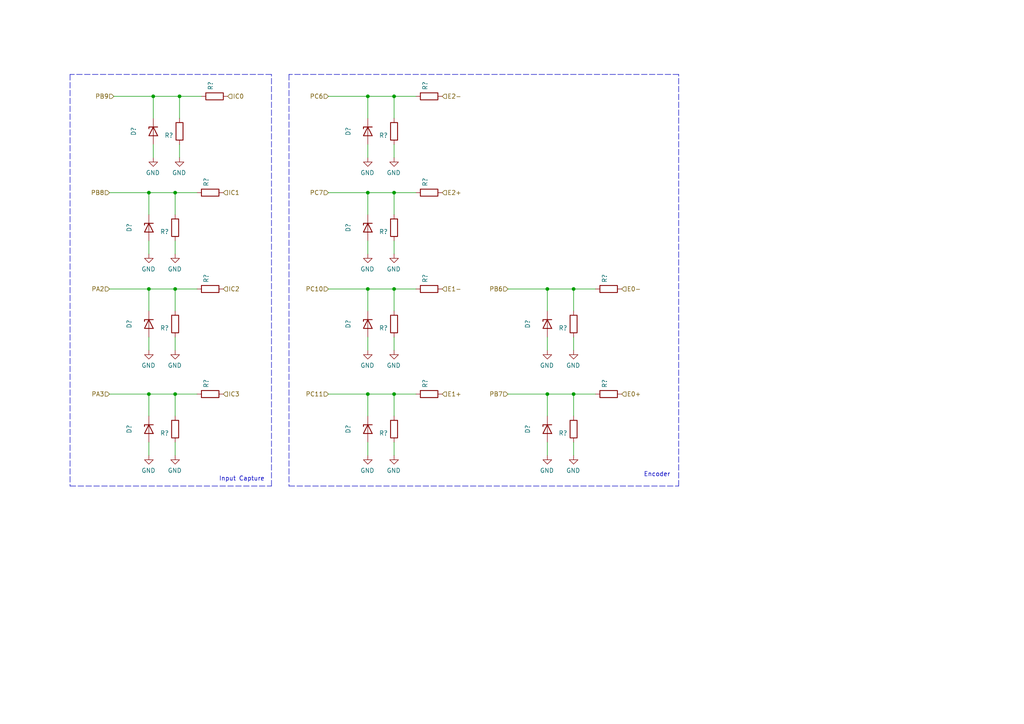
<source format=kicad_sch>
(kicad_sch (version 20211123) (generator eeschema)
  (paper "A4")
  (lib_symbols
    (symbol "DAC-ADC-PWM-IO-rescue:BZX84Cxx-Diode" (pin_numbers hide) (pin_names (offset 1.016) hide)
      (property "Reference" "D" (at 0 2.54 0))
      (property "Value" "BZX84Cxx-Diode" (at 0 -2.54 0))
      (symbol "BZX84Cxx-Diode_0_1"
        (polyline (pts (xy 1.27 0) (xy -1.27 0)))
        (polyline (pts (xy -1.27 -1.27) (xy -1.27 1.27) (xy -0.762 1.27)) (stroke (width 0.254)))
        (polyline (pts (xy 1.27 -1.27) (xy 1.27 1.27) (xy -1.27 0) (xy 1.27 -1.27)) (stroke (width 0.254)))
      )
      (symbol "BZX84Cxx-Diode_1_1"
        (pin passive line (at -3.81 0 0) (length 2.54) (name "K") (number "1"))
        (pin passive line (at 3.81 0 180) (length 2.54) (name "A") (number "2"))
      )
    )
    (symbol "Device:R" (pin_numbers hide) (pin_names (offset 0))
      (property "Reference" "R" (at 2.032 0 90))
      (property "Value" "R" (at 0 0 90))
      (symbol "R_0_1"
        (rectangle (start -1.016 -2.54) (end 1.016 2.54) (stroke (width 0.254)))
      )
      (symbol "R_1_1"
        (pin passive line (at 0 3.81 270) (length 1.27) (name "~") (number "1"))
        (pin passive line (at 0 -3.81 90) (length 1.27) (name "~") (number "2"))
      )
    )
    (symbol "power:GND" (power) (pin_names (offset 0))
      (property "Value" "GND" (at 0 -3.81 0))
      (symbol "GND_0_1"
        (polyline (pts (xy 0 0) (xy 0 -1.27) (xy 1.27 -1.27) (xy 0 -2.54) (xy -1.27 -1.27) (xy 0 -1.27)))
      )
      (symbol "GND_1_1"
        (pin power_in line (at 0 0 270) (length 0) hide (name "GND") (number "1"))
      )
    )
  )
  (junction (at 52.07 27.94))
  (junction (at 166.37 114.3))
  (junction (at 50.8 114.3))
  (junction (at 106.68 27.94))
  (junction (at 114.3 27.94))
  (junction (at 106.68 55.88))
  (junction (at 106.68 83.82))
  (junction (at 44.45 27.94))
  (junction (at 50.8 83.82))
  (junction (at 114.3 114.3))
  (junction (at 158.75 114.3))
  (junction (at 114.3 55.88))
  (junction (at 43.18 83.82))
  (junction (at 166.37 83.82))
  (junction (at 158.75 83.82))
  (junction (at 114.3 83.82))
  (junction (at 50.8 55.88))
  (junction (at 43.18 114.3))
  (junction (at 106.68 114.3))
  (junction (at 43.18 55.88))
  (wire (pts (xy 114.3 97.79) (xy 114.3 101.6)))
  (wire (pts (xy 57.15 83.82) (xy 50.8 83.82)))
  (wire (pts (xy 43.18 132.08) (xy 43.18 128.27)))
  (wire (pts (xy 43.18 114.3) (xy 43.18 120.65)))
  (wire (pts (xy 172.72 114.3) (xy 166.37 114.3)))
  (wire (pts (xy 114.3 62.23) (xy 114.3 55.88)))
  (wire (pts (xy 158.75 83.82) (xy 147.32 83.82)))
  (wire (pts (xy 120.65 55.88) (xy 114.3 55.88)))
  (wire (pts (xy 50.8 114.3) (xy 43.18 114.3)))
  (wire (pts (xy 114.3 90.17) (xy 114.3 83.82)))
  (wire (pts (xy 43.18 114.3) (xy 31.75 114.3)))
  (wire (pts (xy 120.65 83.82) (xy 114.3 83.82)))
  (wire (pts (xy 50.8 128.27) (xy 50.8 132.08)))
  (wire (pts (xy 166.37 114.3) (xy 158.75 114.3)))
  (wire (pts (xy 114.3 27.94) (xy 106.68 27.94)))
  (wire (pts (xy 50.8 62.23) (xy 50.8 55.88)))
  (wire (pts (xy 106.68 83.82) (xy 106.68 90.17)))
  (wire (pts (xy 50.8 83.82) (xy 43.18 83.82)))
  (wire (pts (xy 50.8 120.65) (xy 50.8 114.3)))
  (wire (pts (xy 114.3 55.88) (xy 106.68 55.88)))
  (wire (pts (xy 114.3 41.91) (xy 114.3 45.72)))
  (wire (pts (xy 158.75 83.82) (xy 158.75 90.17)))
  (polyline (pts (xy 20.32 21.59) (xy 20.32 140.97)))
  (polyline (pts (xy 20.32 140.97) (xy 78.74 140.97)))
  (wire (pts (xy 50.8 90.17) (xy 50.8 83.82)))
  (polyline (pts (xy 83.82 140.97) (xy 196.85 140.97)))
  (wire (pts (xy 57.15 55.88) (xy 50.8 55.88)))
  (wire (pts (xy 166.37 97.79) (xy 166.37 101.6)))
  (wire (pts (xy 50.8 69.85) (xy 50.8 73.66)))
  (wire (pts (xy 58.42 27.94) (xy 52.07 27.94)))
  (wire (pts (xy 106.68 27.94) (xy 106.68 34.29)))
  (wire (pts (xy 114.3 114.3) (xy 106.68 114.3)))
  (wire (pts (xy 114.3 34.29) (xy 114.3 27.94)))
  (wire (pts (xy 106.68 55.88) (xy 106.68 62.23)))
  (wire (pts (xy 43.18 55.88) (xy 43.18 62.23)))
  (wire (pts (xy 172.72 83.82) (xy 166.37 83.82)))
  (wire (pts (xy 106.68 73.66) (xy 106.68 69.85)))
  (polyline (pts (xy 78.74 140.97) (xy 78.74 21.59)))
  (wire (pts (xy 52.07 27.94) (xy 44.45 27.94)))
  (wire (pts (xy 114.3 128.27) (xy 114.3 132.08)))
  (wire (pts (xy 166.37 128.27) (xy 166.37 132.08)))
  (polyline (pts (xy 196.85 21.59) (xy 83.82 21.59)))
  (wire (pts (xy 106.68 101.6) (xy 106.68 97.79)))
  (wire (pts (xy 106.68 132.08) (xy 106.68 128.27)))
  (wire (pts (xy 166.37 120.65) (xy 166.37 114.3)))
  (wire (pts (xy 43.18 73.66) (xy 43.18 69.85)))
  (wire (pts (xy 43.18 101.6) (xy 43.18 97.79)))
  (wire (pts (xy 114.3 83.82) (xy 106.68 83.82)))
  (wire (pts (xy 106.68 83.82) (xy 95.25 83.82)))
  (wire (pts (xy 106.68 55.88) (xy 95.25 55.88)))
  (wire (pts (xy 158.75 114.3) (xy 147.32 114.3)))
  (wire (pts (xy 43.18 55.88) (xy 31.75 55.88)))
  (wire (pts (xy 114.3 120.65) (xy 114.3 114.3)))
  (wire (pts (xy 57.15 114.3) (xy 50.8 114.3)))
  (wire (pts (xy 158.75 114.3) (xy 158.75 120.65)))
  (polyline (pts (xy 83.82 21.59) (xy 83.82 140.97)))
  (wire (pts (xy 43.18 83.82) (xy 31.75 83.82)))
  (wire (pts (xy 120.65 27.94) (xy 114.3 27.94)))
  (wire (pts (xy 52.07 34.29) (xy 52.07 27.94)))
  (wire (pts (xy 50.8 55.88) (xy 43.18 55.88)))
  (wire (pts (xy 114.3 69.85) (xy 114.3 73.66)))
  (wire (pts (xy 44.45 27.94) (xy 44.45 34.29)))
  (wire (pts (xy 43.18 83.82) (xy 43.18 90.17)))
  (wire (pts (xy 106.68 45.72) (xy 106.68 41.91)))
  (wire (pts (xy 166.37 83.82) (xy 158.75 83.82)))
  (wire (pts (xy 158.75 101.6) (xy 158.75 97.79)))
  (wire (pts (xy 106.68 114.3) (xy 106.68 120.65)))
  (wire (pts (xy 50.8 97.79) (xy 50.8 101.6)))
  (polyline (pts (xy 78.74 21.59) (xy 20.32 21.59)))
  (wire (pts (xy 44.45 27.94) (xy 33.02 27.94)))
  (wire (pts (xy 166.37 90.17) (xy 166.37 83.82)))
  (wire (pts (xy 52.07 41.91) (xy 52.07 45.72)))
  (wire (pts (xy 106.68 114.3) (xy 95.25 114.3)))
  (wire (pts (xy 106.68 27.94) (xy 95.25 27.94)))
  (wire (pts (xy 158.75 132.08) (xy 158.75 128.27)))
  (wire (pts (xy 120.65 114.3) (xy 114.3 114.3)))
  (polyline (pts (xy 196.85 140.97) (xy 196.85 21.59)))
  (wire (pts (xy 44.45 45.72) (xy 44.45 41.91)))
  (text "Input Capture" (at 63.5 139.7 0) (effects (font (size 1.27 1.27)) (justify left bottom)))
  (text "Encoder" (at 186.69 138.43 0) (effects (font (size 1.27 1.27)) (justify left bottom)))
  (hierarchical_label "E0-" (shape input) (at 180.34 83.82 0))
  (hierarchical_label "PC6" (shape input) (at 95.25 27.94 180))
  (hierarchical_label "IC2" (shape input) (at 64.77 83.82 0))
  (hierarchical_label "IC3" (shape input) (at 64.77 114.3 0))
  (hierarchical_label "PB9" (shape input) (at 33.02 27.94 180))
  (hierarchical_label "E2+" (shape input) (at 128.27 55.88 0))
  (hierarchical_label "PB7" (shape input) (at 147.32 114.3 180))
  (hierarchical_label "E1+" (shape input) (at 128.27 114.3 0))
  (hierarchical_label "E0+" (shape input) (at 180.34 114.3 0))
  (hierarchical_label "PA3" (shape input) (at 31.75 114.3 180))
  (hierarchical_label "PA2" (shape input) (at 31.75 83.82 180))
  (hierarchical_label "PC7" (shape input) (at 95.25 55.88 180))
  (hierarchical_label "E2-" (shape input) (at 128.27 27.94 0))
  (hierarchical_label "PB8" (shape input) (at 31.75 55.88 180))
  (hierarchical_label "E1-" (shape input) (at 128.27 83.82 0))
  (hierarchical_label "IC0" (shape input) (at 66.04 27.94 0))
  (hierarchical_label "PC11" (shape input) (at 95.25 114.3 180))
  (hierarchical_label "IC1" (shape input) (at 64.77 55.88 0))
  (hierarchical_label "PC10" (shape input) (at 95.25 83.82 180))
  (hierarchical_label "PB6" (shape input) (at 147.32 83.82 180))
  (symbol (lib_id "power:GND") (at 44.45 45.72 0) (mirror y) (unit 1)
    (property "Reference" "#PWR?" (effects hide))
  )
  (symbol (lib_id "DAC-ADC-PWM-IO-rescue:BZX84Cxx-Diode") (at 44.45 38.1 90) (mirror x) (unit 1)
    (property "Reference" "D?" (at 38.735 38.1 0))
    (property "Datasheet" "863-BZX84C3V6LT1G" (effects hide))
    (property "LCSC" "C118564" (effects hide))
    (property "Comment" "Köp in lite" (effects hide))
  )
  (symbol (lib_id "Device:R") (at 52.07 38.1 180) (unit 1)
    (property "Reference" "R?" (at 50.292 39.2684 0) (effects (justify left)))
    (property "Datasheet" "791-WR06X103JTL" (effects hide))
    (property "LCSC" "C25804" (effects hide))
    (property "Comment" "Mouser" (effects hide))
  )
  (symbol (lib_id "power:GND") (at 52.07 45.72 0) (mirror y) (unit 1)
    (property "Reference" "#PWR?" (effects hide))
  )
  (symbol (lib_id "Device:R") (at 62.23 27.94 90) (unit 1)
    (property "Reference" "R?" (at 61.0616 26.162 0) (effects (justify left)))
    (property "Datasheet" "791-WR06X103JTL" (effects hide))
    (property "LCSC" "C25804" (effects hide))
    (property "Comment" "Mouser" (effects hide))
  )
  (symbol (lib_id "power:GND") (at 43.18 73.66 0) (mirror y) (unit 1)
    (property "Reference" "#PWR?" (effects hide))
  )
  (symbol (lib_id "DAC-ADC-PWM-IO-rescue:BZX84Cxx-Diode") (at 43.18 66.04 90) (mirror x) (unit 1)
    (property "Reference" "D?" (at 37.465 66.04 0))
    (property "Datasheet" "863-BZX84C3V6LT1G" (effects hide))
    (property "LCSC" "C118564" (effects hide))
    (property "Comment" "Köp in lite" (effects hide))
  )
  (symbol (lib_id "Device:R") (at 50.8 66.04 180) (unit 1)
    (property "Reference" "R?" (at 49.022 67.2084 0) (effects (justify left)))
    (property "Datasheet" "791-WR06X103JTL" (effects hide))
    (property "LCSC" "C25804" (effects hide))
    (property "Comment" "Mouser" (effects hide))
  )
  (symbol (lib_id "power:GND") (at 50.8 73.66 0) (mirror y) (unit 1)
    (property "Reference" "#PWR?" (effects hide))
  )
  (symbol (lib_id "Device:R") (at 60.96 55.88 90) (unit 1)
    (property "Reference" "R?" (at 59.7916 54.102 0) (effects (justify left)))
    (property "Datasheet" "791-WR06X103JTL" (effects hide))
    (property "LCSC" "C25804" (effects hide))
    (property "Comment" "Mouser" (effects hide))
  )
  (symbol (lib_id "power:GND") (at 43.18 101.6 0) (mirror y) (unit 1)
    (property "Reference" "#PWR?" (effects hide))
  )
  (symbol (lib_id "DAC-ADC-PWM-IO-rescue:BZX84Cxx-Diode") (at 43.18 93.98 90) (mirror x) (unit 1)
    (property "Reference" "D?" (at 37.465 93.98 0))
    (property "Datasheet" "863-BZX84C3V6LT1G" (effects hide))
    (property "LCSC" "C118564" (effects hide))
    (property "Comment" "Köp in lite" (effects hide))
  )
  (symbol (lib_id "Device:R") (at 50.8 93.98 180) (unit 1)
    (property "Reference" "R?" (at 49.022 95.1484 0) (effects (justify left)))
    (property "Datasheet" "791-WR06X103JTL" (effects hide))
    (property "LCSC" "C25804" (effects hide))
    (property "Comment" "Mouser" (effects hide))
  )
  (symbol (lib_id "power:GND") (at 50.8 101.6 0) (mirror y) (unit 1)
    (property "Reference" "#PWR?" (effects hide))
  )
  (symbol (lib_id "Device:R") (at 60.96 83.82 90) (unit 1)
    (property "Reference" "R?" (at 59.7916 82.042 0) (effects (justify left)))
    (property "Datasheet" "791-WR06X103JTL" (effects hide))
    (property "LCSC" "C25804" (effects hide))
    (property "Comment" "Mouser" (effects hide))
  )
  (symbol (lib_id "power:GND") (at 43.18 132.08 0) (mirror y) (unit 1)
    (property "Reference" "#PWR?" (effects hide))
  )
  (symbol (lib_id "DAC-ADC-PWM-IO-rescue:BZX84Cxx-Diode") (at 43.18 124.46 90) (mirror x) (unit 1)
    (property "Reference" "D?" (at 37.465 124.46 0))
    (property "Datasheet" "863-BZX84C3V6LT1G" (effects hide))
    (property "LCSC" "C118564" (effects hide))
    (property "Comment" "Köp in lite" (effects hide))
  )
  (symbol (lib_id "Device:R") (at 50.8 124.46 180) (unit 1)
    (property "Reference" "R?" (at 49.022 125.6284 0) (effects (justify left)))
    (property "Datasheet" "791-WR06X103JTL" (effects hide))
    (property "LCSC" "C25804" (effects hide))
    (property "Comment" "Mouser" (effects hide))
  )
  (symbol (lib_id "power:GND") (at 50.8 132.08 0) (mirror y) (unit 1)
    (property "Reference" "#PWR?" (effects hide))
  )
  (symbol (lib_id "Device:R") (at 60.96 114.3 90) (unit 1)
    (property "Reference" "R?" (at 59.7916 112.522 0) (effects (justify left)))
    (property "Datasheet" "791-WR06X103JTL" (effects hide))
    (property "LCSC" "C25804" (effects hide))
    (property "Comment" "Mouser" (effects hide))
  )
  (symbol (lib_id "power:GND") (at 106.68 45.72 0) (mirror y) (unit 1)
    (property "Reference" "#PWR?" (effects hide))
  )
  (symbol (lib_id "DAC-ADC-PWM-IO-rescue:BZX84Cxx-Diode") (at 106.68 38.1 90) (mirror x) (unit 1)
    (property "Reference" "D?" (at 100.965 38.1 0))
    (property "Datasheet" "863-BZX84C3V6LT1G" (effects hide))
    (property "LCSC" "C118564" (effects hide))
    (property "Comment" "Köp in lite" (effects hide))
  )
  (symbol (lib_id "Device:R") (at 114.3 38.1 180) (unit 1)
    (property "Reference" "R?" (at 112.522 39.2684 0) (effects (justify left)))
    (property "Datasheet" "791-WR06X103JTL" (effects hide))
    (property "LCSC" "C25804" (effects hide))
    (property "Comment" "Mouser" (effects hide))
  )
  (symbol (lib_id "power:GND") (at 114.3 45.72 0) (mirror y) (unit 1)
    (property "Reference" "#PWR?" (effects hide))
  )
  (symbol (lib_id "Device:R") (at 124.46 27.94 90) (unit 1)
    (property "Reference" "R?" (at 123.2916 26.162 0) (effects (justify left)))
    (property "Datasheet" "791-WR06X103JTL" (effects hide))
    (property "LCSC" "C25804" (effects hide))
    (property "Comment" "Mouser" (effects hide))
  )
  (symbol (lib_id "power:GND") (at 106.68 73.66 0) (mirror y) (unit 1)
    (property "Reference" "#PWR?" (effects hide))
  )
  (symbol (lib_id "DAC-ADC-PWM-IO-rescue:BZX84Cxx-Diode") (at 106.68 66.04 90) (mirror x) (unit 1)
    (property "Reference" "D?" (at 100.965 66.04 0))
    (property "Datasheet" "863-BZX84C3V6LT1G" (effects hide))
    (property "LCSC" "C118564" (effects hide))
    (property "Comment" "Köp in lite" (effects hide))
  )
  (symbol (lib_id "Device:R") (at 114.3 66.04 180) (unit 1)
    (property "Reference" "R?" (at 112.522 67.2084 0) (effects (justify left)))
    (property "Datasheet" "791-WR06X103JTL" (effects hide))
    (property "LCSC" "C25804" (effects hide))
    (property "Comment" "Mouser" (effects hide))
  )
  (symbol (lib_id "power:GND") (at 114.3 73.66 0) (mirror y) (unit 1)
    (property "Reference" "#PWR?" (effects hide))
  )
  (symbol (lib_id "Device:R") (at 124.46 55.88 90) (unit 1)
    (property "Reference" "R?" (at 123.2916 54.102 0) (effects (justify left)))
    (property "Datasheet" "791-WR06X103JTL" (effects hide))
    (property "LCSC" "C25804" (effects hide))
    (property "Comment" "Mouser" (effects hide))
  )
  (symbol (lib_id "power:GND") (at 106.68 101.6 0) (mirror y) (unit 1)
    (property "Reference" "#PWR?" (effects hide))
  )
  (symbol (lib_id "DAC-ADC-PWM-IO-rescue:BZX84Cxx-Diode") (at 106.68 93.98 90) (mirror x) (unit 1)
    (property "Reference" "D?" (at 100.965 93.98 0))
    (property "Datasheet" "863-BZX84C3V6LT1G" (effects hide))
    (property "LCSC" "C118564" (effects hide))
    (property "Comment" "Köp in lite" (effects hide))
  )
  (symbol (lib_id "Device:R") (at 114.3 93.98 180) (unit 1)
    (property "Reference" "R?" (at 112.522 95.1484 0) (effects (justify left)))
    (property "Datasheet" "791-WR06X103JTL" (effects hide))
    (property "LCSC" "C25804" (effects hide))
    (property "Comment" "Mouser" (effects hide))
  )
  (symbol (lib_id "power:GND") (at 114.3 101.6 0) (mirror y) (unit 1)
    (property "Reference" "#PWR?" (effects hide))
  )
  (symbol (lib_id "Device:R") (at 124.46 83.82 90) (unit 1)
    (property "Reference" "R?" (at 123.2916 82.042 0) (effects (justify left)))
    (property "Datasheet" "791-WR06X103JTL" (effects hide))
    (property "LCSC" "C25804" (effects hide))
    (property "Comment" "Mouser" (effects hide))
  )
  (symbol (lib_id "power:GND") (at 106.68 132.08 0) (mirror y) (unit 1)
    (property "Reference" "#PWR?" (effects hide))
  )
  (symbol (lib_id "DAC-ADC-PWM-IO-rescue:BZX84Cxx-Diode") (at 106.68 124.46 90) (mirror x) (unit 1)
    (property "Reference" "D?" (at 100.965 124.46 0))
    (property "Datasheet" "863-BZX84C3V6LT1G" (effects hide))
    (property "LCSC" "C118564" (effects hide))
    (property "Comment" "Köp in lite" (effects hide))
  )
  (symbol (lib_id "Device:R") (at 114.3 124.46 180) (unit 1)
    (property "Reference" "R?" (at 112.522 125.6284 0) (effects (justify left)))
    (property "Datasheet" "791-WR06X103JTL" (effects hide))
    (property "LCSC" "C25804" (effects hide))
    (property "Comment" "Mouser" (effects hide))
  )
  (symbol (lib_id "power:GND") (at 114.3 132.08 0) (mirror y) (unit 1)
    (property "Reference" "#PWR?" (effects hide))
  )
  (symbol (lib_id "Device:R") (at 124.46 114.3 90) (unit 1)
    (property "Reference" "R?" (at 123.2916 112.522 0) (effects (justify left)))
    (property "Datasheet" "791-WR06X103JTL" (effects hide))
    (property "LCSC" "C25804" (effects hide))
    (property "Comment" "Mouser" (effects hide))
  )
  (symbol (lib_id "power:GND") (at 158.75 101.6 0) (mirror y) (unit 1)
    (property "Reference" "#PWR?" (effects hide))
  )
  (symbol (lib_id "DAC-ADC-PWM-IO-rescue:BZX84Cxx-Diode") (at 158.75 93.98 90) (mirror x) (unit 1)
    (property "Reference" "D?" (at 153.035 93.98 0))
    (property "Datasheet" "863-BZX84C3V6LT1G" (effects hide))
    (property "LCSC" "C118564" (effects hide))
    (property "Comment" "Köp in lite" (effects hide))
  )
  (symbol (lib_id "Device:R") (at 166.37 93.98 180) (unit 1)
    (property "Reference" "R?" (at 164.592 95.1484 0) (effects (justify left)))
    (property "Datasheet" "791-WR06X103JTL" (effects hide))
    (property "LCSC" "C25804" (effects hide))
    (property "Comment" "Mouser" (effects hide))
  )
  (symbol (lib_id "power:GND") (at 166.37 101.6 0) (mirror y) (unit 1)
    (property "Reference" "#PWR?" (effects hide))
  )
  (symbol (lib_id "Device:R") (at 176.53 83.82 90) (unit 1)
    (property "Reference" "R?" (at 175.3616 82.042 0) (effects (justify left)))
    (property "Datasheet" "791-WR06X103JTL" (effects hide))
    (property "LCSC" "C25804" (effects hide))
    (property "Comment" "Mouser" (effects hide))
  )
  (symbol (lib_id "power:GND") (at 158.75 132.08 0) (mirror y) (unit 1)
    (property "Reference" "#PWR?" (effects hide))
  )
  (symbol (lib_id "DAC-ADC-PWM-IO-rescue:BZX84Cxx-Diode") (at 158.75 124.46 90) (mirror x) (unit 1)
    (property "Reference" "D?" (at 153.035 124.46 0))
    (property "Datasheet" "863-BZX84C3V6LT1G" (effects hide))
    (property "LCSC" "C118564" (effects hide))
    (property "Comment" "Köp in lite" (effects hide))
  )
  (symbol (lib_id "Device:R") (at 166.37 124.46 180) (unit 1)
    (property "Reference" "R?" (at 164.592 125.6284 0) (effects (justify left)))
    (property "Datasheet" "791-WR06X103JTL" (effects hide))
    (property "LCSC" "C25804" (effects hide))
    (property "Comment" "Mouser" (effects hide))
  )
  (symbol (lib_id "power:GND") (at 166.37 132.08 0) (mirror y) (unit 1)
    (property "Reference" "#PWR?" (effects hide))
  )
  (symbol (lib_id "Device:R") (at 176.53 114.3 90) (unit 1)
    (property "Reference" "R?" (at 175.3616 112.522 0) (effects (justify left)))
    (property "Datasheet" "791-WR06X103JTL" (effects hide))
    (property "LCSC" "C25804" (effects hide))
    (property "Comment" "Mouser" (effects hide))
  )
)
</source>
